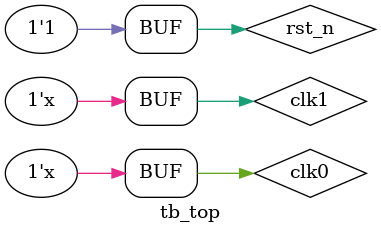
<source format=v>
`timescale  1ns/1ps
module tb_top();
	
	reg clk0;
	reg clk1;
	reg rst_n;
	wire [7:0]q_a;
	wire [7:0]q_b;

	top top (
		.clk0(clk0),
		.clk1(clk1),
		.rst_n(rst_n),
		.q_a(q_a),
		.q_b(q_b)
		);


 initial
	begin
		clk0 =1;
		clk1 =1;
		rst_n =0;

		#20
		rst_n = 1;
	end

always  # 10  clk0 = ~clk0;
always  # 20  clk1 = ~clk1;

endmodule // tb_top
</source>
